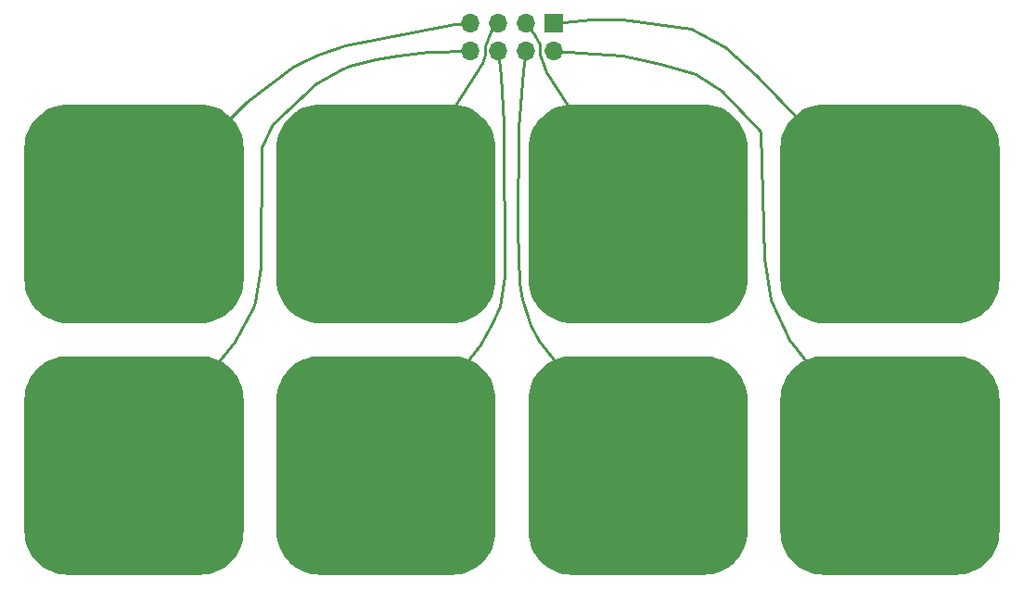
<source format=gbr>
G04 #@! TF.GenerationSoftware,KiCad,Pcbnew,(5.1.2-1)-1*
G04 #@! TF.CreationDate,2023-08-23T15:21:49-04:00*
G04 #@! TF.ProjectId,ESP32_AudioBoard_TouchPanel_Rev2,45535033-325f-4417-9564-696f426f6172,rev?*
G04 #@! TF.SameCoordinates,Original*
G04 #@! TF.FileFunction,Copper,L1,Top*
G04 #@! TF.FilePolarity,Positive*
%FSLAX46Y46*%
G04 Gerber Fmt 4.6, Leading zero omitted, Abs format (unit mm)*
G04 Created by KiCad (PCBNEW (5.1.2-1)-1) date 2023-08-23 15:21:49*
%MOMM*%
%LPD*%
G04 APERTURE LIST*
%ADD10O,1.700000X1.700000*%
%ADD11R,1.700000X1.700000*%
%ADD12C,0.020000*%
%ADD13C,20.000000*%
%ADD14C,0.250000*%
G04 APERTURE END LIST*
D10*
X68660000Y-26010000D03*
X68660000Y-23470000D03*
X71200000Y-26010000D03*
X71200000Y-23470000D03*
X73740000Y-26010000D03*
X73740000Y-23470000D03*
X76280000Y-26010000D03*
D11*
X76280000Y-23470000D03*
D12*
G36*
X113357068Y-53944260D02*
G01*
X113745360Y-54001858D01*
X114126138Y-54097238D01*
X114495733Y-54229481D01*
X114850586Y-54397314D01*
X115187280Y-54599121D01*
X115502572Y-54832957D01*
X115793426Y-55096572D01*
X116057041Y-55387426D01*
X116290877Y-55702718D01*
X116492684Y-56039412D01*
X116660517Y-56394265D01*
X116792760Y-56763860D01*
X116888140Y-57144638D01*
X116945738Y-57532930D01*
X116964999Y-57924999D01*
X116964999Y-69924999D01*
X116945738Y-70317068D01*
X116888140Y-70705360D01*
X116792760Y-71086138D01*
X116660517Y-71455733D01*
X116492684Y-71810586D01*
X116290877Y-72147280D01*
X116057041Y-72462572D01*
X115793426Y-72753426D01*
X115502572Y-73017041D01*
X115187280Y-73250877D01*
X114850586Y-73452684D01*
X114495733Y-73620517D01*
X114126138Y-73752760D01*
X113745360Y-73848140D01*
X113357068Y-73905738D01*
X112964999Y-73924999D01*
X100964999Y-73924999D01*
X100572930Y-73905738D01*
X100184638Y-73848140D01*
X99803860Y-73752760D01*
X99434265Y-73620517D01*
X99079412Y-73452684D01*
X98742718Y-73250877D01*
X98427426Y-73017041D01*
X98136572Y-72753426D01*
X97872957Y-72462572D01*
X97639121Y-72147280D01*
X97437314Y-71810586D01*
X97269481Y-71455733D01*
X97137238Y-71086138D01*
X97041858Y-70705360D01*
X96984260Y-70317068D01*
X96964999Y-69924999D01*
X96964999Y-57924999D01*
X96984260Y-57532930D01*
X97041858Y-57144638D01*
X97137238Y-56763860D01*
X97269481Y-56394265D01*
X97437314Y-56039412D01*
X97639121Y-55702718D01*
X97872957Y-55387426D01*
X98136572Y-55096572D01*
X98427426Y-54832957D01*
X98742718Y-54599121D01*
X99079412Y-54397314D01*
X99434265Y-54229481D01*
X99803860Y-54097238D01*
X100184638Y-54001858D01*
X100572930Y-53944260D01*
X100964999Y-53924999D01*
X112964999Y-53924999D01*
X113357068Y-53944260D01*
X113357068Y-53944260D01*
G37*
D13*
X106964999Y-63924999D03*
D12*
G36*
X113357068Y-30944260D02*
G01*
X113745360Y-31001858D01*
X114126138Y-31097238D01*
X114495733Y-31229481D01*
X114850586Y-31397314D01*
X115187280Y-31599121D01*
X115502572Y-31832957D01*
X115793426Y-32096572D01*
X116057041Y-32387426D01*
X116290877Y-32702718D01*
X116492684Y-33039412D01*
X116660517Y-33394265D01*
X116792760Y-33763860D01*
X116888140Y-34144638D01*
X116945738Y-34532930D01*
X116964999Y-34924999D01*
X116964999Y-46924999D01*
X116945738Y-47317068D01*
X116888140Y-47705360D01*
X116792760Y-48086138D01*
X116660517Y-48455733D01*
X116492684Y-48810586D01*
X116290877Y-49147280D01*
X116057041Y-49462572D01*
X115793426Y-49753426D01*
X115502572Y-50017041D01*
X115187280Y-50250877D01*
X114850586Y-50452684D01*
X114495733Y-50620517D01*
X114126138Y-50752760D01*
X113745360Y-50848140D01*
X113357068Y-50905738D01*
X112964999Y-50924999D01*
X100964999Y-50924999D01*
X100572930Y-50905738D01*
X100184638Y-50848140D01*
X99803860Y-50752760D01*
X99434265Y-50620517D01*
X99079412Y-50452684D01*
X98742718Y-50250877D01*
X98427426Y-50017041D01*
X98136572Y-49753426D01*
X97872957Y-49462572D01*
X97639121Y-49147280D01*
X97437314Y-48810586D01*
X97269481Y-48455733D01*
X97137238Y-48086138D01*
X97041858Y-47705360D01*
X96984260Y-47317068D01*
X96964999Y-46924999D01*
X96964999Y-34924999D01*
X96984260Y-34532930D01*
X97041858Y-34144638D01*
X97137238Y-33763860D01*
X97269481Y-33394265D01*
X97437314Y-33039412D01*
X97639121Y-32702718D01*
X97872957Y-32387426D01*
X98136572Y-32096572D01*
X98427426Y-31832957D01*
X98742718Y-31599121D01*
X99079412Y-31397314D01*
X99434265Y-31229481D01*
X99803860Y-31097238D01*
X100184638Y-31001858D01*
X100572930Y-30944260D01*
X100964999Y-30924999D01*
X112964999Y-30924999D01*
X113357068Y-30944260D01*
X113357068Y-30944260D01*
G37*
D13*
X106964999Y-40924999D03*
D12*
G36*
X90357068Y-53944260D02*
G01*
X90745360Y-54001858D01*
X91126138Y-54097238D01*
X91495733Y-54229481D01*
X91850586Y-54397314D01*
X92187280Y-54599121D01*
X92502572Y-54832957D01*
X92793426Y-55096572D01*
X93057041Y-55387426D01*
X93290877Y-55702718D01*
X93492684Y-56039412D01*
X93660517Y-56394265D01*
X93792760Y-56763860D01*
X93888140Y-57144638D01*
X93945738Y-57532930D01*
X93964999Y-57924999D01*
X93964999Y-69924999D01*
X93945738Y-70317068D01*
X93888140Y-70705360D01*
X93792760Y-71086138D01*
X93660517Y-71455733D01*
X93492684Y-71810586D01*
X93290877Y-72147280D01*
X93057041Y-72462572D01*
X92793426Y-72753426D01*
X92502572Y-73017041D01*
X92187280Y-73250877D01*
X91850586Y-73452684D01*
X91495733Y-73620517D01*
X91126138Y-73752760D01*
X90745360Y-73848140D01*
X90357068Y-73905738D01*
X89964999Y-73924999D01*
X77964999Y-73924999D01*
X77572930Y-73905738D01*
X77184638Y-73848140D01*
X76803860Y-73752760D01*
X76434265Y-73620517D01*
X76079412Y-73452684D01*
X75742718Y-73250877D01*
X75427426Y-73017041D01*
X75136572Y-72753426D01*
X74872957Y-72462572D01*
X74639121Y-72147280D01*
X74437314Y-71810586D01*
X74269481Y-71455733D01*
X74137238Y-71086138D01*
X74041858Y-70705360D01*
X73984260Y-70317068D01*
X73964999Y-69924999D01*
X73964999Y-57924999D01*
X73984260Y-57532930D01*
X74041858Y-57144638D01*
X74137238Y-56763860D01*
X74269481Y-56394265D01*
X74437314Y-56039412D01*
X74639121Y-55702718D01*
X74872957Y-55387426D01*
X75136572Y-55096572D01*
X75427426Y-54832957D01*
X75742718Y-54599121D01*
X76079412Y-54397314D01*
X76434265Y-54229481D01*
X76803860Y-54097238D01*
X77184638Y-54001858D01*
X77572930Y-53944260D01*
X77964999Y-53924999D01*
X89964999Y-53924999D01*
X90357068Y-53944260D01*
X90357068Y-53944260D01*
G37*
D13*
X83964999Y-63924999D03*
D12*
G36*
X90357068Y-30944260D02*
G01*
X90745360Y-31001858D01*
X91126138Y-31097238D01*
X91495733Y-31229481D01*
X91850586Y-31397314D01*
X92187280Y-31599121D01*
X92502572Y-31832957D01*
X92793426Y-32096572D01*
X93057041Y-32387426D01*
X93290877Y-32702718D01*
X93492684Y-33039412D01*
X93660517Y-33394265D01*
X93792760Y-33763860D01*
X93888140Y-34144638D01*
X93945738Y-34532930D01*
X93964999Y-34924999D01*
X93964999Y-46924999D01*
X93945738Y-47317068D01*
X93888140Y-47705360D01*
X93792760Y-48086138D01*
X93660517Y-48455733D01*
X93492684Y-48810586D01*
X93290877Y-49147280D01*
X93057041Y-49462572D01*
X92793426Y-49753426D01*
X92502572Y-50017041D01*
X92187280Y-50250877D01*
X91850586Y-50452684D01*
X91495733Y-50620517D01*
X91126138Y-50752760D01*
X90745360Y-50848140D01*
X90357068Y-50905738D01*
X89964999Y-50924999D01*
X77964999Y-50924999D01*
X77572930Y-50905738D01*
X77184638Y-50848140D01*
X76803860Y-50752760D01*
X76434265Y-50620517D01*
X76079412Y-50452684D01*
X75742718Y-50250877D01*
X75427426Y-50017041D01*
X75136572Y-49753426D01*
X74872957Y-49462572D01*
X74639121Y-49147280D01*
X74437314Y-48810586D01*
X74269481Y-48455733D01*
X74137238Y-48086138D01*
X74041858Y-47705360D01*
X73984260Y-47317068D01*
X73964999Y-46924999D01*
X73964999Y-34924999D01*
X73984260Y-34532930D01*
X74041858Y-34144638D01*
X74137238Y-33763860D01*
X74269481Y-33394265D01*
X74437314Y-33039412D01*
X74639121Y-32702718D01*
X74872957Y-32387426D01*
X75136572Y-32096572D01*
X75427426Y-31832957D01*
X75742718Y-31599121D01*
X76079412Y-31397314D01*
X76434265Y-31229481D01*
X76803860Y-31097238D01*
X77184638Y-31001858D01*
X77572930Y-30944260D01*
X77964999Y-30924999D01*
X89964999Y-30924999D01*
X90357068Y-30944260D01*
X90357068Y-30944260D01*
G37*
D13*
X83964999Y-40924999D03*
D12*
G36*
X67357068Y-53944260D02*
G01*
X67745360Y-54001858D01*
X68126138Y-54097238D01*
X68495733Y-54229481D01*
X68850586Y-54397314D01*
X69187280Y-54599121D01*
X69502572Y-54832957D01*
X69793426Y-55096572D01*
X70057041Y-55387426D01*
X70290877Y-55702718D01*
X70492684Y-56039412D01*
X70660517Y-56394265D01*
X70792760Y-56763860D01*
X70888140Y-57144638D01*
X70945738Y-57532930D01*
X70964999Y-57924999D01*
X70964999Y-69924999D01*
X70945738Y-70317068D01*
X70888140Y-70705360D01*
X70792760Y-71086138D01*
X70660517Y-71455733D01*
X70492684Y-71810586D01*
X70290877Y-72147280D01*
X70057041Y-72462572D01*
X69793426Y-72753426D01*
X69502572Y-73017041D01*
X69187280Y-73250877D01*
X68850586Y-73452684D01*
X68495733Y-73620517D01*
X68126138Y-73752760D01*
X67745360Y-73848140D01*
X67357068Y-73905738D01*
X66964999Y-73924999D01*
X54964999Y-73924999D01*
X54572930Y-73905738D01*
X54184638Y-73848140D01*
X53803860Y-73752760D01*
X53434265Y-73620517D01*
X53079412Y-73452684D01*
X52742718Y-73250877D01*
X52427426Y-73017041D01*
X52136572Y-72753426D01*
X51872957Y-72462572D01*
X51639121Y-72147280D01*
X51437314Y-71810586D01*
X51269481Y-71455733D01*
X51137238Y-71086138D01*
X51041858Y-70705360D01*
X50984260Y-70317068D01*
X50964999Y-69924999D01*
X50964999Y-57924999D01*
X50984260Y-57532930D01*
X51041858Y-57144638D01*
X51137238Y-56763860D01*
X51269481Y-56394265D01*
X51437314Y-56039412D01*
X51639121Y-55702718D01*
X51872957Y-55387426D01*
X52136572Y-55096572D01*
X52427426Y-54832957D01*
X52742718Y-54599121D01*
X53079412Y-54397314D01*
X53434265Y-54229481D01*
X53803860Y-54097238D01*
X54184638Y-54001858D01*
X54572930Y-53944260D01*
X54964999Y-53924999D01*
X66964999Y-53924999D01*
X67357068Y-53944260D01*
X67357068Y-53944260D01*
G37*
D13*
X60964999Y-63924999D03*
D12*
G36*
X67357068Y-30944260D02*
G01*
X67745360Y-31001858D01*
X68126138Y-31097238D01*
X68495733Y-31229481D01*
X68850586Y-31397314D01*
X69187280Y-31599121D01*
X69502572Y-31832957D01*
X69793426Y-32096572D01*
X70057041Y-32387426D01*
X70290877Y-32702718D01*
X70492684Y-33039412D01*
X70660517Y-33394265D01*
X70792760Y-33763860D01*
X70888140Y-34144638D01*
X70945738Y-34532930D01*
X70964999Y-34924999D01*
X70964999Y-46924999D01*
X70945738Y-47317068D01*
X70888140Y-47705360D01*
X70792760Y-48086138D01*
X70660517Y-48455733D01*
X70492684Y-48810586D01*
X70290877Y-49147280D01*
X70057041Y-49462572D01*
X69793426Y-49753426D01*
X69502572Y-50017041D01*
X69187280Y-50250877D01*
X68850586Y-50452684D01*
X68495733Y-50620517D01*
X68126138Y-50752760D01*
X67745360Y-50848140D01*
X67357068Y-50905738D01*
X66964999Y-50924999D01*
X54964999Y-50924999D01*
X54572930Y-50905738D01*
X54184638Y-50848140D01*
X53803860Y-50752760D01*
X53434265Y-50620517D01*
X53079412Y-50452684D01*
X52742718Y-50250877D01*
X52427426Y-50017041D01*
X52136572Y-49753426D01*
X51872957Y-49462572D01*
X51639121Y-49147280D01*
X51437314Y-48810586D01*
X51269481Y-48455733D01*
X51137238Y-48086138D01*
X51041858Y-47705360D01*
X50984260Y-47317068D01*
X50964999Y-46924999D01*
X50964999Y-34924999D01*
X50984260Y-34532930D01*
X51041858Y-34144638D01*
X51137238Y-33763860D01*
X51269481Y-33394265D01*
X51437314Y-33039412D01*
X51639121Y-32702718D01*
X51872957Y-32387426D01*
X52136572Y-32096572D01*
X52427426Y-31832957D01*
X52742718Y-31599121D01*
X53079412Y-31397314D01*
X53434265Y-31229481D01*
X53803860Y-31097238D01*
X54184638Y-31001858D01*
X54572930Y-30944260D01*
X54964999Y-30924999D01*
X66964999Y-30924999D01*
X67357068Y-30944260D01*
X67357068Y-30944260D01*
G37*
D13*
X60964999Y-40924999D03*
D12*
G36*
X44357068Y-53944260D02*
G01*
X44745360Y-54001858D01*
X45126138Y-54097238D01*
X45495733Y-54229481D01*
X45850586Y-54397314D01*
X46187280Y-54599121D01*
X46502572Y-54832957D01*
X46793426Y-55096572D01*
X47057041Y-55387426D01*
X47290877Y-55702718D01*
X47492684Y-56039412D01*
X47660517Y-56394265D01*
X47792760Y-56763860D01*
X47888140Y-57144638D01*
X47945738Y-57532930D01*
X47964999Y-57924999D01*
X47964999Y-69924999D01*
X47945738Y-70317068D01*
X47888140Y-70705360D01*
X47792760Y-71086138D01*
X47660517Y-71455733D01*
X47492684Y-71810586D01*
X47290877Y-72147280D01*
X47057041Y-72462572D01*
X46793426Y-72753426D01*
X46502572Y-73017041D01*
X46187280Y-73250877D01*
X45850586Y-73452684D01*
X45495733Y-73620517D01*
X45126138Y-73752760D01*
X44745360Y-73848140D01*
X44357068Y-73905738D01*
X43964999Y-73924999D01*
X31964999Y-73924999D01*
X31572930Y-73905738D01*
X31184638Y-73848140D01*
X30803860Y-73752760D01*
X30434265Y-73620517D01*
X30079412Y-73452684D01*
X29742718Y-73250877D01*
X29427426Y-73017041D01*
X29136572Y-72753426D01*
X28872957Y-72462572D01*
X28639121Y-72147280D01*
X28437314Y-71810586D01*
X28269481Y-71455733D01*
X28137238Y-71086138D01*
X28041858Y-70705360D01*
X27984260Y-70317068D01*
X27964999Y-69924999D01*
X27964999Y-57924999D01*
X27984260Y-57532930D01*
X28041858Y-57144638D01*
X28137238Y-56763860D01*
X28269481Y-56394265D01*
X28437314Y-56039412D01*
X28639121Y-55702718D01*
X28872957Y-55387426D01*
X29136572Y-55096572D01*
X29427426Y-54832957D01*
X29742718Y-54599121D01*
X30079412Y-54397314D01*
X30434265Y-54229481D01*
X30803860Y-54097238D01*
X31184638Y-54001858D01*
X31572930Y-53944260D01*
X31964999Y-53924999D01*
X43964999Y-53924999D01*
X44357068Y-53944260D01*
X44357068Y-53944260D01*
G37*
D13*
X37964999Y-63924999D03*
D12*
G36*
X44357068Y-30944260D02*
G01*
X44745360Y-31001858D01*
X45126138Y-31097238D01*
X45495733Y-31229481D01*
X45850586Y-31397314D01*
X46187280Y-31599121D01*
X46502572Y-31832957D01*
X46793426Y-32096572D01*
X47057041Y-32387426D01*
X47290877Y-32702718D01*
X47492684Y-33039412D01*
X47660517Y-33394265D01*
X47792760Y-33763860D01*
X47888140Y-34144638D01*
X47945738Y-34532930D01*
X47964999Y-34924999D01*
X47964999Y-46924999D01*
X47945738Y-47317068D01*
X47888140Y-47705360D01*
X47792760Y-48086138D01*
X47660517Y-48455733D01*
X47492684Y-48810586D01*
X47290877Y-49147280D01*
X47057041Y-49462572D01*
X46793426Y-49753426D01*
X46502572Y-50017041D01*
X46187280Y-50250877D01*
X45850586Y-50452684D01*
X45495733Y-50620517D01*
X45126138Y-50752760D01*
X44745360Y-50848140D01*
X44357068Y-50905738D01*
X43964999Y-50924999D01*
X31964999Y-50924999D01*
X31572930Y-50905738D01*
X31184638Y-50848140D01*
X30803860Y-50752760D01*
X30434265Y-50620517D01*
X30079412Y-50452684D01*
X29742718Y-50250877D01*
X29427426Y-50017041D01*
X29136572Y-49753426D01*
X28872957Y-49462572D01*
X28639121Y-49147280D01*
X28437314Y-48810586D01*
X28269481Y-48455733D01*
X28137238Y-48086138D01*
X28041858Y-47705360D01*
X27984260Y-47317068D01*
X27964999Y-46924999D01*
X27964999Y-34924999D01*
X27984260Y-34532930D01*
X28041858Y-34144638D01*
X28137238Y-33763860D01*
X28269481Y-33394265D01*
X28437314Y-33039412D01*
X28639121Y-32702718D01*
X28872957Y-32387426D01*
X29136572Y-32096572D01*
X29427426Y-31832957D01*
X29742718Y-31599121D01*
X30079412Y-31397314D01*
X30434265Y-31229481D01*
X30803860Y-31097238D01*
X31184638Y-31001858D01*
X31572930Y-30944260D01*
X31964999Y-30924999D01*
X43964999Y-30924999D01*
X44357068Y-30944260D01*
X44357068Y-30944260D01*
G37*
D13*
X37964999Y-40924999D03*
D14*
X106964999Y-40924999D02*
X94819554Y-28294527D01*
X79710000Y-23120000D02*
X76280000Y-23470000D01*
X94819554Y-28294527D02*
X91975153Y-25654847D01*
X88823256Y-23986744D02*
X82571570Y-23181570D01*
X82571570Y-23181570D02*
X79710000Y-23120000D01*
X91975153Y-25654847D02*
X88823256Y-23986744D01*
X91570737Y-29689263D02*
X89510570Y-28309430D01*
X89242070Y-28157930D02*
X86044322Y-27235678D01*
X89510570Y-28309430D02*
X89242070Y-28157930D01*
X82543338Y-26473338D02*
X76280000Y-26010000D01*
X86044322Y-27235678D02*
X82543338Y-26473338D01*
X95127154Y-33417154D02*
X91570737Y-29689263D01*
X96095165Y-48844835D02*
X95477891Y-45012109D01*
X95477891Y-45012109D02*
X95127154Y-33417154D01*
X97768271Y-52401729D02*
X96156514Y-49013486D01*
X96156514Y-49013486D02*
X96095165Y-48844835D01*
X106964999Y-63924999D02*
X97768271Y-52401729D01*
X75600988Y-27949012D02*
X75141149Y-26831149D01*
X75141149Y-26831149D02*
X75040000Y-26330000D01*
X83964999Y-40924999D02*
X75600988Y-27949012D01*
X75023998Y-25466002D02*
X74526167Y-24503833D01*
X74526167Y-24503833D02*
X73740000Y-23470000D01*
X75040000Y-26330000D02*
X75023998Y-25466002D01*
X74958706Y-52511294D02*
X74191782Y-51088218D01*
X83964999Y-63924999D02*
X74958706Y-52511294D01*
X74079390Y-50850610D02*
X73398195Y-48711805D01*
X74191782Y-51088218D02*
X74079390Y-50850610D01*
X73131279Y-47308721D02*
X72970129Y-42380129D01*
X73398195Y-48711805D02*
X73131279Y-47308721D01*
X73023281Y-33083281D02*
X73489959Y-27840041D01*
X73489959Y-27840041D02*
X73740000Y-26010000D01*
X72970129Y-42380129D02*
X73023281Y-33083281D01*
X69750144Y-27160144D02*
X69980000Y-26340000D01*
X60964999Y-40924999D02*
X69750144Y-27160144D01*
X70544382Y-24264382D02*
X71200000Y-23470000D01*
X69980000Y-25630000D02*
X70544382Y-24264382D01*
X69980000Y-26340000D02*
X69980000Y-25630000D01*
X71322709Y-49362709D02*
X71753640Y-46593640D01*
X70633896Y-51026104D02*
X69581980Y-52871980D01*
X60964999Y-63924999D02*
X69581980Y-52871980D01*
X70633896Y-51026104D02*
X71322709Y-49362709D01*
X71683388Y-32606612D02*
X71414489Y-28315511D01*
X71414489Y-28315511D02*
X71200000Y-26010000D01*
X71753640Y-46593640D02*
X71683388Y-32606612D01*
X67202939Y-23547061D02*
X68660000Y-23470000D01*
X37964999Y-40924999D02*
X48245597Y-30675597D01*
X52460400Y-27469600D02*
X48245597Y-30675597D01*
X52460400Y-27469600D02*
X53138640Y-27108640D01*
X57218430Y-25538430D02*
X54764854Y-26354854D01*
X54764854Y-26354854D02*
X53138640Y-27108640D01*
X67202939Y-23547061D02*
X57218430Y-25538430D01*
X49640805Y-34840142D02*
X50653593Y-32713593D01*
X54573548Y-29023548D02*
X56884086Y-27704086D01*
X50653593Y-32713593D02*
X54573548Y-29023548D01*
X56884086Y-27704086D02*
X57636268Y-27376268D01*
X68660000Y-26010000D02*
X64859384Y-26139384D01*
X62027969Y-26417969D02*
X59987126Y-26777126D01*
X57636268Y-27376268D02*
X59987126Y-26777126D01*
X64859384Y-26139384D02*
X62027969Y-26417969D01*
X47187847Y-52647847D02*
X48878833Y-49448833D01*
X37964999Y-63924999D02*
X47187847Y-52647847D01*
X49559015Y-45870985D02*
X49640805Y-34840142D01*
X49053854Y-49003854D02*
X49559015Y-45870985D01*
X48878833Y-49448833D02*
X49053854Y-49003854D01*
M02*

</source>
